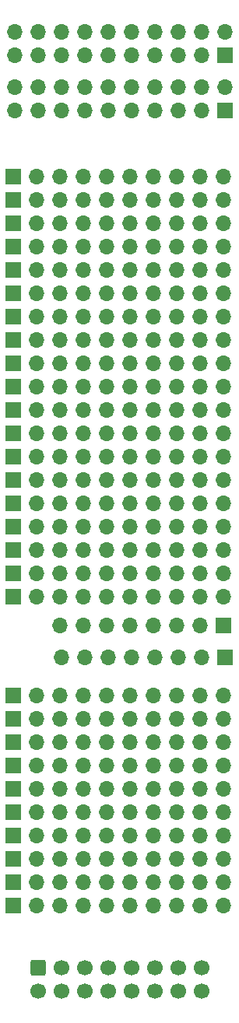
<source format=gts>
%TF.GenerationSoftware,KiCad,Pcbnew,(6.0.1)*%
%TF.CreationDate,2022-10-19T17:29:48-04:00*%
%TF.ProjectId,ER-PROTO-DB-01,45522d50-524f-4544-9f2d-44422d30312e,1*%
%TF.SameCoordinates,Original*%
%TF.FileFunction,Soldermask,Top*%
%TF.FilePolarity,Negative*%
%FSLAX46Y46*%
G04 Gerber Fmt 4.6, Leading zero omitted, Abs format (unit mm)*
G04 Created by KiCad (PCBNEW (6.0.1)) date 2022-10-19 17:29:48*
%MOMM*%
%LPD*%
G01*
G04 APERTURE LIST*
G04 Aperture macros list*
%AMRoundRect*
0 Rectangle with rounded corners*
0 $1 Rounding radius*
0 $2 $3 $4 $5 $6 $7 $8 $9 X,Y pos of 4 corners*
0 Add a 4 corners polygon primitive as box body*
4,1,4,$2,$3,$4,$5,$6,$7,$8,$9,$2,$3,0*
0 Add four circle primitives for the rounded corners*
1,1,$1+$1,$2,$3*
1,1,$1+$1,$4,$5*
1,1,$1+$1,$6,$7*
1,1,$1+$1,$8,$9*
0 Add four rect primitives between the rounded corners*
20,1,$1+$1,$2,$3,$4,$5,0*
20,1,$1+$1,$4,$5,$6,$7,0*
20,1,$1+$1,$6,$7,$8,$9,0*
20,1,$1+$1,$8,$9,$2,$3,0*%
G04 Aperture macros list end*
%ADD10R,1.700000X1.700000*%
%ADD11O,1.700000X1.700000*%
%ADD12RoundRect,0.250000X-0.600000X0.600000X-0.600000X-0.600000X0.600000X-0.600000X0.600000X0.600000X0*%
%ADD13C,1.700000*%
G04 APERTURE END LIST*
D10*
%TO.C,J38*%
X123810000Y-75565000D03*
D11*
X121270000Y-75565000D03*
X118730000Y-75565000D03*
X116190000Y-75565000D03*
X113650000Y-75565000D03*
X111110000Y-75565000D03*
X108570000Y-75565000D03*
X106030000Y-75565000D03*
%TD*%
D10*
%TO.C,J37*%
X124000000Y-19500000D03*
D11*
X124000000Y-16960000D03*
X121460000Y-19500000D03*
X121460000Y-16960000D03*
X118920000Y-19500000D03*
X118920000Y-16960000D03*
X116380000Y-19500000D03*
X116380000Y-16960000D03*
X113840000Y-19500000D03*
X113840000Y-16960000D03*
X111300000Y-19500000D03*
X111300000Y-16960000D03*
X108760000Y-19500000D03*
X108760000Y-16960000D03*
X106220000Y-19500000D03*
X106220000Y-16960000D03*
X103680000Y-19500000D03*
X103680000Y-16960000D03*
X101140000Y-19500000D03*
X101140000Y-16960000D03*
%TD*%
D10*
%TO.C,J36*%
X100970000Y-31750000D03*
D11*
X103510000Y-31750000D03*
X106050000Y-31750000D03*
X108590000Y-31750000D03*
X111130000Y-31750000D03*
X113670000Y-31750000D03*
X116210000Y-31750000D03*
X118750000Y-31750000D03*
X121290000Y-31750000D03*
X123830000Y-31750000D03*
%TD*%
D10*
%TO.C,J35*%
X100970000Y-34290000D03*
D11*
X103510000Y-34290000D03*
X106050000Y-34290000D03*
X108590000Y-34290000D03*
X111130000Y-34290000D03*
X113670000Y-34290000D03*
X116210000Y-34290000D03*
X118750000Y-34290000D03*
X121290000Y-34290000D03*
X123830000Y-34290000D03*
%TD*%
D10*
%TO.C,J34*%
X100965000Y-26670000D03*
D11*
X103505000Y-26670000D03*
X106045000Y-26670000D03*
X108585000Y-26670000D03*
X111125000Y-26670000D03*
X113665000Y-26670000D03*
X116205000Y-26670000D03*
X118745000Y-26670000D03*
X121285000Y-26670000D03*
X123825000Y-26670000D03*
%TD*%
D10*
%TO.C,J33*%
X100970000Y-29210000D03*
D11*
X103510000Y-29210000D03*
X106050000Y-29210000D03*
X108590000Y-29210000D03*
X111130000Y-29210000D03*
X113670000Y-29210000D03*
X116210000Y-29210000D03*
X118750000Y-29210000D03*
X121290000Y-29210000D03*
X123830000Y-29210000D03*
%TD*%
D10*
%TO.C,J32*%
X100970000Y-36830000D03*
D11*
X103510000Y-36830000D03*
X106050000Y-36830000D03*
X108590000Y-36830000D03*
X111130000Y-36830000D03*
X113670000Y-36830000D03*
X116210000Y-36830000D03*
X118750000Y-36830000D03*
X121290000Y-36830000D03*
X123830000Y-36830000D03*
%TD*%
D10*
%TO.C,J31*%
X100970000Y-46990000D03*
D11*
X103510000Y-46990000D03*
X106050000Y-46990000D03*
X108590000Y-46990000D03*
X111130000Y-46990000D03*
X113670000Y-46990000D03*
X116210000Y-46990000D03*
X118750000Y-46990000D03*
X121290000Y-46990000D03*
X123830000Y-46990000D03*
%TD*%
D10*
%TO.C,J30*%
X100965000Y-59690000D03*
D11*
X103505000Y-59690000D03*
X106045000Y-59690000D03*
X108585000Y-59690000D03*
X111125000Y-59690000D03*
X113665000Y-59690000D03*
X116205000Y-59690000D03*
X118745000Y-59690000D03*
X121285000Y-59690000D03*
X123825000Y-59690000D03*
%TD*%
D10*
%TO.C,J29*%
X100965000Y-93345000D03*
D11*
X103505000Y-93345000D03*
X106045000Y-93345000D03*
X108585000Y-93345000D03*
X111125000Y-93345000D03*
X113665000Y-93345000D03*
X116205000Y-93345000D03*
X118745000Y-93345000D03*
X121285000Y-93345000D03*
X123825000Y-93345000D03*
%TD*%
D10*
%TO.C,J28*%
X100965000Y-98425000D03*
D11*
X103505000Y-98425000D03*
X106045000Y-98425000D03*
X108585000Y-98425000D03*
X111125000Y-98425000D03*
X113665000Y-98425000D03*
X116205000Y-98425000D03*
X118745000Y-98425000D03*
X121285000Y-98425000D03*
X123825000Y-98425000D03*
%TD*%
D10*
%TO.C,J27*%
X100970000Y-52070000D03*
D11*
X103510000Y-52070000D03*
X106050000Y-52070000D03*
X108590000Y-52070000D03*
X111130000Y-52070000D03*
X113670000Y-52070000D03*
X116210000Y-52070000D03*
X118750000Y-52070000D03*
X121290000Y-52070000D03*
X123830000Y-52070000D03*
%TD*%
D10*
%TO.C,J26*%
X100965000Y-44450000D03*
D11*
X103505000Y-44450000D03*
X106045000Y-44450000D03*
X108585000Y-44450000D03*
X111125000Y-44450000D03*
X113665000Y-44450000D03*
X116205000Y-44450000D03*
X118745000Y-44450000D03*
X121285000Y-44450000D03*
X123825000Y-44450000D03*
%TD*%
D10*
%TO.C,J25*%
X100970000Y-39370000D03*
D11*
X103510000Y-39370000D03*
X106050000Y-39370000D03*
X108590000Y-39370000D03*
X111130000Y-39370000D03*
X113670000Y-39370000D03*
X116210000Y-39370000D03*
X118750000Y-39370000D03*
X121290000Y-39370000D03*
X123830000Y-39370000D03*
%TD*%
D10*
%TO.C,J24*%
X100970000Y-72390000D03*
D11*
X103510000Y-72390000D03*
X106050000Y-72390000D03*
X108590000Y-72390000D03*
X111130000Y-72390000D03*
X113670000Y-72390000D03*
X116210000Y-72390000D03*
X118750000Y-72390000D03*
X121290000Y-72390000D03*
X123830000Y-72390000D03*
%TD*%
D10*
%TO.C,J23*%
X100970000Y-49530000D03*
D11*
X103510000Y-49530000D03*
X106050000Y-49530000D03*
X108590000Y-49530000D03*
X111130000Y-49530000D03*
X113670000Y-49530000D03*
X116210000Y-49530000D03*
X118750000Y-49530000D03*
X121290000Y-49530000D03*
X123830000Y-49530000D03*
%TD*%
D10*
%TO.C,J22*%
X100965000Y-85725000D03*
D11*
X103505000Y-85725000D03*
X106045000Y-85725000D03*
X108585000Y-85725000D03*
X111125000Y-85725000D03*
X113665000Y-85725000D03*
X116205000Y-85725000D03*
X118745000Y-85725000D03*
X121285000Y-85725000D03*
X123825000Y-85725000D03*
%TD*%
D10*
%TO.C,J21*%
X100965000Y-100965000D03*
D11*
X103505000Y-100965000D03*
X106045000Y-100965000D03*
X108585000Y-100965000D03*
X111125000Y-100965000D03*
X113665000Y-100965000D03*
X116205000Y-100965000D03*
X118745000Y-100965000D03*
X121285000Y-100965000D03*
X123825000Y-100965000D03*
%TD*%
D10*
%TO.C,J20*%
X100965000Y-62230000D03*
D11*
X103505000Y-62230000D03*
X106045000Y-62230000D03*
X108585000Y-62230000D03*
X111125000Y-62230000D03*
X113665000Y-62230000D03*
X116205000Y-62230000D03*
X118745000Y-62230000D03*
X121285000Y-62230000D03*
X123825000Y-62230000D03*
%TD*%
D10*
%TO.C,J19*%
X100970000Y-67310000D03*
D11*
X103510000Y-67310000D03*
X106050000Y-67310000D03*
X108590000Y-67310000D03*
X111130000Y-67310000D03*
X113670000Y-67310000D03*
X116210000Y-67310000D03*
X118750000Y-67310000D03*
X121290000Y-67310000D03*
X123830000Y-67310000D03*
%TD*%
D10*
%TO.C,J18*%
X100965000Y-57150000D03*
D11*
X103505000Y-57150000D03*
X106045000Y-57150000D03*
X108585000Y-57150000D03*
X111125000Y-57150000D03*
X113665000Y-57150000D03*
X116205000Y-57150000D03*
X118745000Y-57150000D03*
X121285000Y-57150000D03*
X123825000Y-57150000D03*
%TD*%
D10*
%TO.C,J17*%
X100970000Y-69850000D03*
D11*
X103510000Y-69850000D03*
X106050000Y-69850000D03*
X108590000Y-69850000D03*
X111130000Y-69850000D03*
X113670000Y-69850000D03*
X116210000Y-69850000D03*
X118750000Y-69850000D03*
X121290000Y-69850000D03*
X123830000Y-69850000D03*
%TD*%
D10*
%TO.C,J16*%
X100970000Y-54610000D03*
D11*
X103510000Y-54610000D03*
X106050000Y-54610000D03*
X108590000Y-54610000D03*
X111130000Y-54610000D03*
X113670000Y-54610000D03*
X116210000Y-54610000D03*
X118750000Y-54610000D03*
X121290000Y-54610000D03*
X123830000Y-54610000D03*
%TD*%
D10*
%TO.C,J15*%
X100965000Y-88265000D03*
D11*
X103505000Y-88265000D03*
X106045000Y-88265000D03*
X108585000Y-88265000D03*
X111125000Y-88265000D03*
X113665000Y-88265000D03*
X116205000Y-88265000D03*
X118745000Y-88265000D03*
X121285000Y-88265000D03*
X123825000Y-88265000D03*
%TD*%
D10*
%TO.C,J14*%
X100970000Y-41910000D03*
D11*
X103510000Y-41910000D03*
X106050000Y-41910000D03*
X108590000Y-41910000D03*
X111130000Y-41910000D03*
X113670000Y-41910000D03*
X116210000Y-41910000D03*
X118750000Y-41910000D03*
X121290000Y-41910000D03*
X123830000Y-41910000D03*
%TD*%
D10*
%TO.C,J13*%
X100965000Y-83185000D03*
D11*
X103505000Y-83185000D03*
X106045000Y-83185000D03*
X108585000Y-83185000D03*
X111125000Y-83185000D03*
X113665000Y-83185000D03*
X116205000Y-83185000D03*
X118745000Y-83185000D03*
X121285000Y-83185000D03*
X123825000Y-83185000D03*
%TD*%
D10*
%TO.C,J12*%
X100970000Y-64770000D03*
D11*
X103510000Y-64770000D03*
X106050000Y-64770000D03*
X108590000Y-64770000D03*
X111130000Y-64770000D03*
X113670000Y-64770000D03*
X116210000Y-64770000D03*
X118750000Y-64770000D03*
X121290000Y-64770000D03*
X123830000Y-64770000D03*
%TD*%
D10*
%TO.C,J11*%
X100965000Y-90805000D03*
D11*
X103505000Y-90805000D03*
X106045000Y-90805000D03*
X108585000Y-90805000D03*
X111125000Y-90805000D03*
X113665000Y-90805000D03*
X116205000Y-90805000D03*
X118745000Y-90805000D03*
X121285000Y-90805000D03*
X123825000Y-90805000D03*
%TD*%
D10*
%TO.C,J9*%
X100965000Y-103505000D03*
D11*
X103505000Y-103505000D03*
X106045000Y-103505000D03*
X108585000Y-103505000D03*
X111125000Y-103505000D03*
X113665000Y-103505000D03*
X116205000Y-103505000D03*
X118745000Y-103505000D03*
X121285000Y-103505000D03*
X123825000Y-103505000D03*
%TD*%
D10*
%TO.C,J8*%
X100965000Y-95885000D03*
D11*
X103505000Y-95885000D03*
X106045000Y-95885000D03*
X108585000Y-95885000D03*
X111125000Y-95885000D03*
X113665000Y-95885000D03*
X116205000Y-95885000D03*
X118745000Y-95885000D03*
X121285000Y-95885000D03*
X123825000Y-95885000D03*
%TD*%
D10*
%TO.C,J7*%
X100965000Y-106045000D03*
D11*
X103505000Y-106045000D03*
X106045000Y-106045000D03*
X108585000Y-106045000D03*
X111125000Y-106045000D03*
X113665000Y-106045000D03*
X116205000Y-106045000D03*
X118745000Y-106045000D03*
X121285000Y-106045000D03*
X123825000Y-106045000D03*
%TD*%
D12*
%TO.C,J6*%
X103610000Y-112747500D03*
D13*
X103610000Y-115287500D03*
X106150000Y-112747500D03*
X106150000Y-115287500D03*
X108690000Y-112747500D03*
X108690000Y-115287500D03*
X111230000Y-112747500D03*
X111230000Y-115287500D03*
X113770000Y-112747500D03*
X113770000Y-115287500D03*
X116310000Y-112747500D03*
X116310000Y-115287500D03*
X118850000Y-112747500D03*
X118850000Y-115287500D03*
X121390000Y-112747500D03*
X121390000Y-115287500D03*
%TD*%
D10*
%TO.C,J5*%
X124000006Y-13500001D03*
D11*
X124000006Y-10960001D03*
X121460006Y-13500001D03*
X121460006Y-10960001D03*
X118920006Y-13500001D03*
X118920006Y-10960001D03*
X116380006Y-13500001D03*
X116380006Y-10960001D03*
X113840006Y-13500001D03*
X113840006Y-10960001D03*
X111300006Y-13500001D03*
X111300006Y-10960001D03*
X108760006Y-13500001D03*
X108760006Y-10960001D03*
X106220006Y-13500001D03*
X106220006Y-10960001D03*
X103680006Y-13500001D03*
X103680006Y-10960001D03*
X101140006Y-13500001D03*
X101140006Y-10960001D03*
%TD*%
D10*
%TO.C,J10*%
X124000000Y-79000000D03*
D11*
X121460000Y-79000000D03*
X118920000Y-79000000D03*
X116380000Y-79000000D03*
X113840000Y-79000000D03*
X111300000Y-79000000D03*
X108760000Y-79000000D03*
X106220000Y-79000000D03*
%TD*%
M02*

</source>
